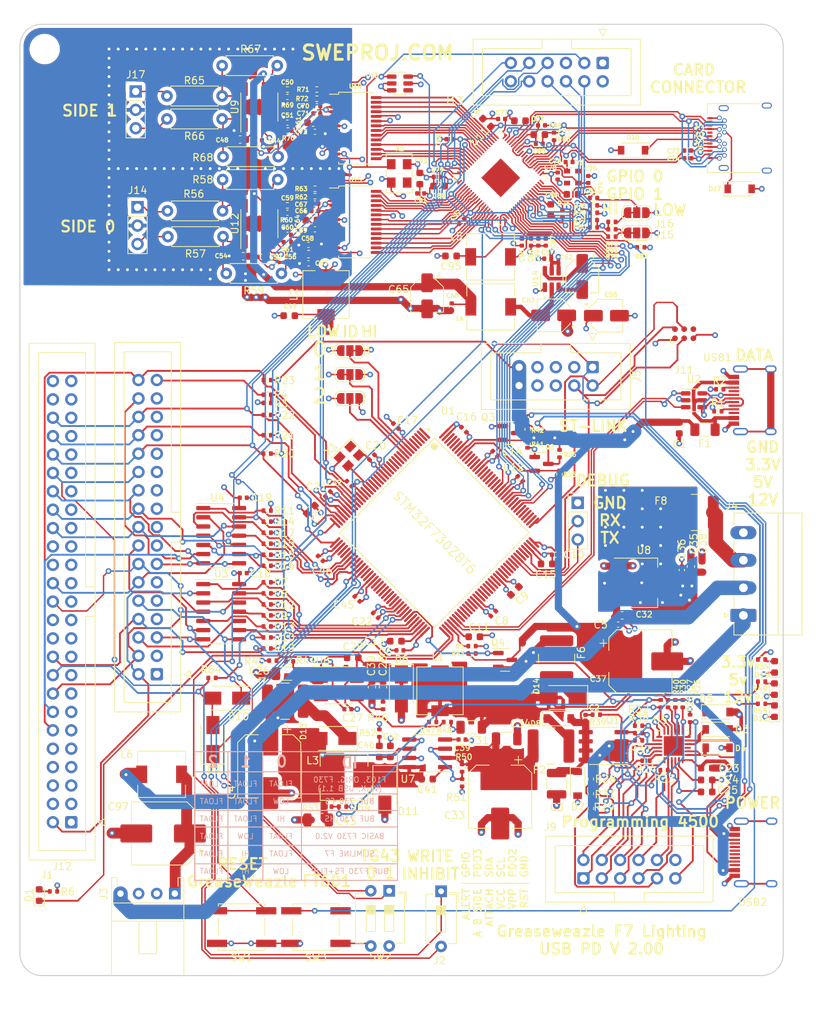
<source format=kicad_pcb>
(kicad_pcb (version 20211014) (generator pcbnew)

  (general
    (thickness 1.6)
  )

  (paper "E")
  (title_block
    (title "Greaseweazle F7 Lighting, USB PD")
    (date "2022-09-14")
    (rev "2.00")
    (company "SweProj.com")
  )

  (layers
    (0 "F.Cu" signal)
    (1 "In1.Cu" power)
    (2 "In2.Cu" power)
    (31 "B.Cu" signal)
    (32 "B.Adhes" user "B.Adhesive")
    (33 "F.Adhes" user "F.Adhesive")
    (34 "B.Paste" user)
    (35 "F.Paste" user)
    (36 "B.SilkS" user "B.Silkscreen")
    (37 "F.SilkS" user "F.Silkscreen")
    (38 "B.Mask" user)
    (39 "F.Mask" user)
    (40 "Dwgs.User" user "User.Drawings")
    (41 "Cmts.User" user "User.Comments")
    (42 "Eco1.User" user "User.Eco1")
    (43 "Eco2.User" user "User.Eco2")
    (44 "Edge.Cuts" user)
    (45 "Margin" user)
    (46 "B.CrtYd" user "B.Courtyard")
    (47 "F.CrtYd" user "F.Courtyard")
    (48 "B.Fab" user)
    (49 "F.Fab" user)
  )

  (setup
    (stackup
      (layer "F.SilkS" (type "Top Silk Screen"))
      (layer "F.Paste" (type "Top Solder Paste"))
      (layer "F.Mask" (type "Top Solder Mask") (thickness 0.01))
      (layer "F.Cu" (type "copper") (thickness 0.035))
      (layer "dielectric 1" (type "core") (thickness 0.48) (material "FR4") (epsilon_r 4.5) (loss_tangent 0.02))
      (layer "In1.Cu" (type "copper") (thickness 0.035))
      (layer "dielectric 2" (type "prepreg") (thickness 0.48) (material "FR4") (epsilon_r 4.5) (loss_tangent 0.02))
      (layer "In2.Cu" (type "copper") (thickness 0.035))
      (layer "dielectric 3" (type "core") (thickness 0.48) (material "FR4") (epsilon_r 4.5) (loss_tangent 0.02))
      (layer "B.Cu" (type "copper") (thickness 0.035))
      (layer "B.Mask" (type "Bottom Solder Mask") (thickness 0.01))
      (layer "B.Paste" (type "Bottom Solder Paste"))
      (layer "B.SilkS" (type "Bottom Silk Screen"))
      (copper_finish "None")
      (dielectric_constraints no)
    )
    (pad_to_mask_clearance 0)
    (pcbplotparams
      (layerselection 0x00010fc_ffffffff)
      (disableapertmacros false)
      (usegerberextensions false)
      (usegerberattributes true)
      (usegerberadvancedattributes true)
      (creategerberjobfile true)
      (svguseinch false)
      (svgprecision 6)
      (excludeedgelayer true)
      (plotframeref false)
      (viasonmask false)
      (mode 1)
      (useauxorigin false)
      (hpglpennumber 1)
      (hpglpenspeed 20)
      (hpglpendiameter 15.000000)
      (dxfpolygonmode true)
      (dxfimperialunits true)
      (dxfusepcbnewfont true)
      (psnegative false)
      (psa4output false)
      (plotreference true)
      (plotvalue true)
      (plotinvisibletext false)
      (sketchpadsonfab false)
      (subtractmaskfromsilk false)
      (outputformat 1)
      (mirror false)
      (drillshape 0)
      (scaleselection 1)
      (outputdirectory "Greaseweazle_V1.01")
    )
  )

  (net 0 "")
  (net 1 "Net-(U11-Pad58)")
  (net 2 "Net-(C2-Pad2)")
  (net 3 "Net-(C2-Pad1)")
  (net 4 "+12V")
  (net 5 "+3V3")
  (net 6 "+5VA")
  (net 7 "Net-(C11-Pad1)")
  (net 8 "Net-(C13-Pad1)")
  (net 9 "Net-(C15-Pad1)")
  (net 10 "/Power_USB/USB_POWER")
  (net 11 "Net-(C24-Pad1)")
  (net 12 "Net-(C25-Pad1)")
  (net 13 "Net-(C27-Pad1)")
  (net 14 "Net-(C28-Pad2)")
  (net 15 "Net-(C28-Pad1)")
  (net 16 "Net-(C29-Pad2)")
  (net 17 "Net-(C29-Pad1)")
  (net 18 "Net-(C31-Pad1)")
  (net 19 "+24V")
  (net 20 "+5V")
  (net 21 "Net-(D15-Pad2)")
  (net 22 "Net-(C39-Pad1)")
  (net 23 "Net-(C40-Pad2)")
  (net 24 "Net-(C40-Pad1)")
  (net 25 "Net-(C41-Pad2)")
  (net 26 "Net-(C41-Pad1)")
  (net 27 "Net-(C43-Pad1)")
  (net 28 "Net-(D1-Pad2)")
  (net 29 "/LED1")
  (net 30 "/Power_USB/CC2")
  (net 31 "/Power_USB/CC1")
  (net 32 "Net-(D7-Pad2)")
  (net 33 "Net-(D8-Pad1)")
  (net 34 "Net-(F8-Pad1)")
  (net 35 "Net-(D12-Pad2)")
  (net 36 "Net-(D13-Pad1)")
  (net 37 "Net-(D14-Pad1)")
  (net 38 "Net-(F1-Pad2)")
  (net 39 "/~{RDY}")
  (net 40 "/~{WR_PROT}")
  (net 41 "/~{TRK_00}")
  (net 42 "/~{INDEX}")
  (net 43 "Net-(J1-Pad6)")
  (net 44 "Net-(J1-Pad33)")
  (net 45 "/SWDIO")
  (net 46 "/SWCLK")
  (net 47 "/ID2")
  (net 48 "Net-(C73-Pad1)")
  (net 49 "Net-(C73-Pad2)")
  (net 50 "/Power_USB/RST")
  (net 51 "/Power_USB/POWER_PDO2")
  (net 52 "VPP")
  (net 53 "/Power_USB/SCL")
  (net 54 "/Power_USB/SDA")
  (net 55 "/Power_USB/ATTACH")
  (net 56 "/Power_USB/POWER_PDO3")
  (net 57 "/Power_USB/A_B_SIDE")
  (net 58 "/Power_USB/GPIO")
  (net 59 "/Power_USB/ALERT")
  (net 60 "Net-(Q1-Pad4)")
  (net 61 "Net-(R1-Pad2)")
  (net 62 "Net-(R2-Pad2)")
  (net 63 "/~{FLIPPY}")
  (net 64 "Net-(R5-Pad1)")
  (net 65 "/~{DENS}")
  (net 66 "/SPARE1")
  (net 67 "/SPARE2")
  (net 68 "/~{M0}")
  (net 69 "/~{DS1}")
  (net 70 "/~{DS0}")
  (net 71 "/~{DIR}")
  (net 72 "/~{STEP}")
  (net 73 "/~{WR_DAT}")
  (net 74 "/~{WR_GATE}")
  (net 75 "/~{SIDE}")
  (net 76 "Net-(R24-Pad1)")
  (net 77 "Net-(R38-Pad2)")
  (net 78 "Net-(R40-Pad1)")
  (net 79 "Net-(R44-Pad2)")
  (net 80 "Net-(R47-Pad2)")
  (net 81 "Net-(R50-Pad2)")
  (net 82 "Net-(R53-Pad2)")
  (net 83 "/~{M1}")
  (net 84 "/USB_D+")
  (net 85 "/USB_D-")
  (net 86 "Net-(U1-Pad23)")
  (net 87 "Net-(U2-Pad4)")
  (net 88 "unconnected-(J5-Pad3)")
  (net 89 "nRST")
  (net 90 "/RX")
  (net 91 "/TX")
  (net 92 "unconnected-(U1-Pad142)")
  (net 93 "unconnected-(U1-Pad141)")
  (net 94 "unconnected-(U1-Pad140)")
  (net 95 "unconnected-(U1-Pad139)")
  (net 96 "unconnected-(U1-Pad135)")
  (net 97 "unconnected-(U1-Pad134)")
  (net 98 "unconnected-(U1-Pad133)")
  (net 99 "unconnected-(U1-Pad132)")
  (net 100 "unconnected-(U1-Pad129)")
  (net 101 "unconnected-(U1-Pad128)")
  (net 102 "unconnected-(U1-Pad127)")
  (net 103 "unconnected-(U1-Pad126)")
  (net 104 "unconnected-(U1-Pad125)")
  (net 105 "unconnected-(U1-Pad124)")
  (net 106 "Net-(C97-Pad1)")
  (net 107 "Net-(R83-Pad1)")
  (net 108 "/BE_0")
  (net 109 "unconnected-(U1-Pad117)")
  (net 110 "unconnected-(U1-Pad114)")
  (net 111 "unconnected-(U1-Pad113)")
  (net 112 "unconnected-(U1-Pad112)")
  (net 113 "unconnected-(U1-Pad111)")
  (net 114 "unconnected-(U1-Pad110)")
  (net 115 "Net-(C74-Pad1)")
  (net 116 "Net-(C74-Pad2)")
  (net 117 "unconnected-(U1-Pad63)")
  (net 118 "unconnected-(U1-Pad60)")
  (net 119 "unconnected-(U1-Pad59)")
  (net 120 "unconnected-(U1-Pad58)")
  (net 121 "unconnected-(U1-Pad57)")
  (net 122 "unconnected-(U1-Pad56)")
  (net 123 "unconnected-(U1-Pad55)")
  (net 124 "unconnected-(U1-Pad54)")
  (net 125 "unconnected-(U1-Pad53)")
  (net 126 "unconnected-(U1-Pad50)")
  (net 127 "unconnected-(U1-Pad49)")
  (net 128 "unconnected-(U1-Pad45)")
  (net 129 "unconnected-(U1-Pad41)")
  (net 130 "unconnected-(U1-Pad40)")
  (net 131 "unconnected-(U1-Pad104)")
  (net 132 "unconnected-(U1-Pad103)")
  (net 133 "unconnected-(U1-Pad100)")
  (net 134 "unconnected-(U1-Pad99)")
  (net 135 "unconnected-(U1-Pad98)")
  (net 136 "unconnected-(U1-Pad97)")
  (net 137 "unconnected-(U1-Pad96)")
  (net 138 "unconnected-(U1-Pad93)")
  (net 139 "unconnected-(U1-Pad92)")
  (net 140 "unconnected-(U1-Pad91)")
  (net 141 "unconnected-(U1-Pad90)")
  (net 142 "unconnected-(U1-Pad89)")
  (net 143 "unconnected-(U1-Pad88)")
  (net 144 "unconnected-(U1-Pad87)")
  (net 145 "unconnected-(U1-Pad84)")
  (net 146 "unconnected-(U1-Pad83)")
  (net 147 "unconnected-(U1-Pad82)")
  (net 148 "unconnected-(U1-Pad81)")
  (net 149 "unconnected-(U1-Pad80)")
  (net 150 "unconnected-(U1-Pad79)")
  (net 151 "unconnected-(U1-Pad26)")
  (net 152 "unconnected-(U1-Pad24)")
  (net 153 "unconnected-(U1-Pad22)")
  (net 154 "unconnected-(U1-Pad21)")
  (net 155 "unconnected-(U1-Pad20)")
  (net 156 "unconnected-(U1-Pad19)")
  (net 157 "unconnected-(U1-Pad18)")
  (net 158 "unconnected-(U1-Pad15)")
  (net 159 "unconnected-(U1-Pad14)")
  (net 160 "unconnected-(U1-Pad13)")
  (net 161 "unconnected-(U1-Pad12)")
  (net 162 "unconnected-(U1-Pad11)")
  (net 163 "unconnected-(U1-Pad10)")
  (net 164 "unconnected-(U1-Pad5)")
  (net 165 "unconnected-(U1-Pad4)")
  (net 166 "unconnected-(U1-Pad3)")
  (net 167 "unconnected-(U1-Pad2)")
  (net 168 "unconnected-(U1-Pad1)")
  (net 169 "unconnected-(U5-Pad3)")
  (net 170 "unconnected-(USB1-Pad3)")
  (net 171 "unconnected-(USB1-Pad9)")
  (net 172 "unconnected-(USB1-Pad13)")
  (net 173 "unconnected-(USB2-Pad3)")
  (net 174 "unconnected-(USB2-Pad9)")
  (net 175 "unconnected-(USB2-Pad5)")
  (net 176 "unconnected-(USB2-Pad8)")
  (net 177 "unconnected-(USB2-Pad7)")
  (net 178 "unconnected-(USB2-Pad6)")
  (net 179 "unconnected-(X1-Pad1)")
  (net 180 "Net-(U2-Pad6)")
  (net 181 "unconnected-(J11-Pad6)")
  (net 182 "SCL_3V3")
  (net 183 "SDA_3V3")
  (net 184 "/P_STUSB")
  (net 185 "/~{MOTOR_EN}")
  (net 186 "Net-(C44-Pad2)")
  (net 187 "Net-(C50-Pad2)")
  (net 188 "unconnected-(J12-Pad4)")
  (net 189 "Net-(C51-Pad2)")
  (net 190 "unconnected-(J12-Pad6)")
  (net 191 "Net-(C61-Pad1)")
  (net 192 "unconnected-(J12-Pad8)")
  (net 193 "Net-(C61-Pad2)")
  (net 194 "unconnected-(J12-Pad10)")
  (net 195 "Net-(R65-Pad1)")
  (net 196 "Net-(R66-Pad1)")
  (net 197 "Net-(R67-Pad1)")
  (net 198 "Net-(R68-Pad1)")
  (net 199 "Net-(R71-Pad1)")
  (net 200 "unconnected-(J12-Pad22)")
  (net 201 "unconnected-(U9-Pad7)")
  (net 202 "unconnected-(J12-Pad24)")
  (net 203 "unconnected-(U10-Pad1)")
  (net 204 "unconnected-(J12-Pad30)")
  (net 205 "unconnected-(J12-Pad32)")
  (net 206 "/BE_1")
  (net 207 "/BE_2")
  (net 208 "/BE_3")
  (net 209 "/TXE_N")
  (net 210 "Net-(C52-Pad2)")
  (net 211 "+3.3VADC")
  (net 212 "Net-(C62-Pad1)")
  (net 213 "Net-(C62-Pad2)")
  (net 214 "Net-(C64-Pad1)")
  (net 215 "Net-(C64-Pad2)")
  (net 216 "-3V3")
  (net 217 "/~{DENSEL}")
  (net 218 "/INUSE")
  (net 219 "/~{M0_EN}")
  (net 220 "/~{DRIVE1}")
  (net 221 "/~{DRIVE0}")
  (net 222 "/~{M1_EN}")
  (net 223 "/~{DIRECTION}")
  (net 224 "/~{STEPS}")
  (net 225 "/~{WR_DATA}")
  (net 226 "/~{WR_GATE_OUT}")
  (net 227 "/~{SIDE_SEL}")
  (net 228 "unconnected-(J12-Pad50)")
  (net 229 "/RXE_N")
  (net 230 "unconnected-(J12-Pad48)")
  (net 231 "Net-(J2-Pad2)")
  (net 232 "Net-(R56-Pad1)")
  (net 233 "Net-(R57-Pad1)")
  (net 234 "Net-(R58-Pad1)")
  (net 235 "Net-(R59-Pad1)")
  (net 236 "unconnected-(U12-Pad7)")
  (net 237 "unconnected-(U15-Pad1)")
  (net 238 "Net-(R62-Pad1)")
  (net 239 "Net-(C59-Pad2)")
  (net 240 "Net-(C60-Pad2)")
  (net 241 "Net-(C63-Pad2)")
  (net 242 "Net-(C75-Pad1)")
  (net 243 "Net-(C76-Pad1)")
  (net 244 "Net-(D16-Pad1)")
  (net 245 "Net-(D17-Pad1)")
  (net 246 "unconnected-(J13-Pad2)")
  (net 247 "Net-(J14-Pad1)")
  (net 248 "Net-(J14-Pad3)")
  (net 249 "Net-(J17-Pad1)")
  (net 250 "Net-(J17-Pad3)")
  (net 251 "Net-(U11-Pad23)")
  (net 252 "Net-(U11-Pad25)")
  (net 253 "Net-(U11-Pad34)")
  (net 254 "Net-(U11-Pad37)")
  (net 255 "unconnected-(USB3-PadA8)")
  (net 256 "unconnected-(USB3-PadB8)")
  (net 257 "/~{RD_DATA}")
  (net 258 "/PA0")
  (net 259 "/PA1")
  (net 260 "/AD/CLK_60MHz")
  (net 261 "/PA2")
  (net 262 "/PA3")
  (net 263 "unconnected-(U11-Pad76)")
  (net 264 "unconnected-(U11-Pad77)")
  (net 265 "/PA4")
  (net 266 "/PA5")
  (net 267 "/PA6")
  (net 268 "/PA7")
  (net 269 "/PA8")
  (net 270 "/PA9")
  (net 271 "/PA10")
  (net 272 "/PA11")
  (net 273 "/PB11")
  (net 274 "/PB10")
  (net 275 "/PB9")
  (net 276 "/PB8")
  (net 277 "/PB7")
  (net 278 "/PB6")
  (net 279 "/PB5")
  (net 280 "/PB4")
  (net 281 "/PB3")
  (net 282 "/PB2")
  (net 283 "/PB1")
  (net 284 "/PB0")
  (net 285 "unconnected-(Y1-Pad2)")
  (net 286 "unconnected-(Y1-Pad4)")
  (net 287 "/~{TG43_0}")
  (net 288 "/~{TG43_1}")
  (net 289 "Net-(U11-Pad35)")
  (net 290 "Net-(J15-Pad1)")
  (net 291 "unconnected-(J13-Pad5)")
  (net 292 "Net-(R73-Pad2)")
  (net 293 "Net-(R74-Pad2)")
  (net 294 "Net-(R76-Pad2)")
  (net 295 "Net-(R77-Pad1)")
  (net 296 "/AD_USB/VD10")
  (net 297 "/AD_USB/VCCIO")
  (net 298 "/AD_USB/AVDD")
  (net 299 "Net-(R78-Pad1)")
  (net 300 "Net-(R79-Pad1)")
  (net 301 "Net-(R80-Pad1)")
  (net 302 "unconnected-(X2-Pad1)")
  (net 303 "Net-(J16-Pad1)")
  (net 304 "/AD_USB/FT_RST")
  (net 305 "GND")
  (net 306 "unconnected-(U13-Pad4)")

  (footprint "MountingHole:MountingHole_3.2mm_M3" (layer "F.Cu") (at 192.532 33.02))

  (footprint "MountingHole:MountingHole_3.2mm_M3" (layer "F.Cu") (at 192.532 157.48))

  (footprint "MountingHole:MountingHole_3.2mm_M3" (layer "F.Cu") (at 93.98 33.02))

  (footprint "Capacitor_SMD:C_0402_1005Metric" (layer "F.Cu") (at 136.060589 93.060589 135))

  (footprint "Capacitor_SMD:C_0603_1608Metric" (layer "F.Cu") (at 181.642 85.344 90))

  (footprint "Capacitor_SMD:C_0402_1005Metric" (layer "F.Cu") (at 168.7 125.476 90))

  (footprint "Capacitor_SMD:C_1210_3225Metric" (layer "F.Cu") (at 164.7 134.5 -90))

  (footprint "Capacitor_SMD:C_0402_1005Metric" (layer "F.Cu") (at 143.06 116.078 180))

  (footprint "Capacitor_SMD:C_0402_1005Metric" (layer "F.Cu") (at 155.956 110.998 -135))

  (footprint "Capacitor_SMD:C_0603_1608Metric" (layer "F.Cu") (at 158.9278 107.8484 -135))

  (footprint "Capacitor_SMD:C_0402_1005Metric" (layer "F.Cu") (at 164.5412 102.87 180))

  (footprint "Capacitor_SMD:C_0603_1608Metric" (layer "F.Cu") (at 153.325 114.2))

  (footprint "Capacitor_SMD:C_0402_1005Metric" (layer "F.Cu") (at 159.680589 92.370589 -45))

  (footprint "Capacitor_SMD:C_0603_1608Metric" (layer "F.Cu") (at 142.494 114.808 180))

  (footprint "Capacitor_SMD:C_0402_1005Metric" (layer "F.Cu") (at 156.21 88.9 -45))

  (footprint "Capacitor_SMD:C_0603_1608Metric" (layer "F.Cu") (at 163.322 104.14))

  (footprint "Capacitor_SMD:C_0402_1005Metric" (layer "F.Cu") (at 151.892 85.598 -45))

  (footprint "Capacitor_SMD:C_0402_1005Metric" (layer "F.Cu") (at 142.494 85.09 135))

  (footprint "Capacitor_SMD:C_0402_1005Metric" (layer "F.Cu") (at 121.412 105.41))

  (footprint "Capacitor_SMD:C_0402_1005Metric" (layer "F.Cu") (at 121.412 94.996))

  (footprint "Capacitor_SMD:C_0402_1005Metric" (layer "F.Cu") (at 139.192 89.408 45))

  (footprint "Capacitor_SMD:C_0402_1005Metric" (layer "F.Cu") (at 133.096 94.488 -135))

  (footprint "Capacitor_SMD:C_0402_1005Metric" (layer "F.Cu") (at 139.7 111.252 135))

  (footprint "Capacitor_SMD:C_0603_1608Metric" (layer "F.Cu") (at 185.42 132.334))

  (footprint "Capacitor_SMD:C_0603_1608Metric" (layer "F.Cu") (at 185.42 133.985))

  (footprint "Capacitor_SMD:C_0603_1608Metric" (layer "F.Cu") (at 185.42 135.636))

  (footprint "Capacitor_SMD:C_1206_3216Metric" (layer "F.Cu") (at 127.4 119.3 180))

  (footprint "Capacitor_SMD:C_0402_1005Metric" (layer "F.Cu") (at 135.862 124.206))

  (footprint "Capacitor_SMD:C_0603_1608Metric" (layer "F.Cu") (at 140.716 121.158 -90))

  (footprint "Capacitor_SMD:C_0603_1608Metric" (layer "F.Cu") (at 136.535 117.1 180))

  (footprint "Capacitor_SMD:C_0603_1608Metric" (layer "F.Cu") (at 139.192 121.158 -90))

  (footprint "Capacitor_SMD:C_1206_3216Metric" (layer "F.Cu") (at 152.9 126.7 180))

  (footprint "Capacitor_SMD:CP_Elec_8x10.5" (layer "F.Cu") (at 156.9 136.3 -90))

  (footprint "Capacitor_SMD:C_1206_3216Metric" (layer "F.Cu") (at 157.8 128.3))

  (footprint "Capacitor_SMD:C_0402_1005Metric" (layer "F.Cu") (at 151.638 128.4))

  (footprint "Capacitor_SMD:C_0603_1608Metric" (layer "F.Cu") (at 140.208 130.048 90))

  (footprint "Capacitor_SMD:C_0603_1608Metric" (layer "F.Cu") (at 146.812 133.858))

  (footprint "Capacitor_SMD:C_0603_1608Metric" (layer "F.Cu") (at 141.732 130.048 90))

  (footprint "Diode_SMD:D_SOD-123" (layer "F.Cu") (at 167.6 134.5 -90))

  (footprint "Diode_SMD:D_SOD-123" (layer "F.Cu") (at 186.944 127))

  (footprint "Diode_SMD:D_SOD-123" (layer "F.Cu") (at 186.944 129.54))

  (footprint "Diode_SMD:D_SMA" (layer "F.Cu") (at 143.256 121.412 -90))

  (footprint "Diode_SMD:D_SOD-123" (layer "F.Cu") (at 165 125.5))

  (footprint "Diode_SMD:D_SMA" (layer "F.Cu") (at 140.97 135.382 -90))

  (footprint "Diode_SMD:D_SMA" (layer "F.Cu") (at 133.8 128.25 180))

  (footprint "Diode_SMD:D_SMA" (layer "F.Cu") (at 165.6 122.6 180))

  (footprint "Greaseweazle:Fuse_1206_3216Metric" (layer "F.Cu") (at 185.198 85.598))

  (footprint "Greaseweazle:Fuse_2018Metric" (layer "F.Cu") (at 163.9 129.3))

  (footprint "Greaseweazle:Fuse_2018Metric" (layer "F.Cu") (at 164.7 117.2 -90))

  (footprint "Greaseweazle:Fuse_2018Metric" (layer "F.Cu") (at 127.2 123.1))

  (footprint "Connector_Phoenix_MC:PhoenixContact_MC_1,5_4-G-3.81_1x04_P3.81mm_Horizontal" (layer "F.Cu") (at 190.5 111.252 90))

  (footprint "Connector_IDC:IDC-Header_2x05_P2.54mm_Vertical" (layer "F.Cu") (at 169.672 76.962 -90))

  (footprint "Jumper:SolderJumper-3_P1.3mm_Open_RoundedPad1.0x1.5mm_NumberLabels" (layer "F.Cu") (at 136.144 81.28 180))

  (footprint "Connector_IDC:IDC-Header_2x06_P2.54mm_Vertical" (layer "F.Cu") (at 168.402 147.574 90))

  (footprint "Greaseweazle:L_6.3x6.3_H3" (layer "F.Cu") (at 148.59 121.666 -90))

  (footprint "Greaseweazle:L_6.3x6.3_H3" (layer "F.Cu") (at 135.338 133.604 180))

  (footprint "Package_SO:SOIC-8_3.9x4.9mm_P1.27mm" (layer "F.Cu")
    (tedit 5D9F72B1) (tstamp 00000000-0000-0000-0000-000060f2ac27)
    (at 171.196 129.286 180)
    (descr "SOIC, 8 Pin (JEDEC MS-012AA, https://www.analog.com/media/en/package-pcb-resources/package/pkg_pdf/soic_narrow-r/r_8.pdf), generated with kicad-footprint-generator ipc_gullwing_generator.py")
    (tags "SOIC SO")
    (property "LCSC" "C469397")
    (property "Sheetfile" "Power_USB.kicad_sch")
    (property "Sheetname" "Power_USB")
    (path "/00000000-0000-0000-0000-0000618a932e/00000000-0000-0000-0000-000061c7c2e9")
    (attr smd)
    (fp_text reference "Q1" (at -1.27 3.556) (layer "F.SilkS")
      (effects (font (size 1 1) (thickness 0.15)))
      (tstamp e83a9207-ba93-43d4-bac7-57b644c08ec3)
    )
    (fp_text value "AO4407C" (at 0 3.4) (layer "F.Fab")
      (effects (font (size 1 1) (thickness 0.15)))
      (tstamp 02c2af20-e293-47f8-9f2d-34b0aca49eb2)
    )
    (fp_text user "${REFERENCE}" (at 0 0) (layer "F.Fab")
      (effects (font (size 0.98 0.98) (thickness 0.15)))
      (tstamp 9fc3a157-5ea0-49c1-a4f1-a7f62cd39c4a)
    )
    (fp_line (start 0 -2.56) (end -3.45 -2.56) (layer "F.SilkS") (width 0.12) (tstamp 62c6f8fd-5f98-45b7-bb10-cb287c7234dc))
    (fp_line (start 0 -2.56) (end 1.95 -2.56) (layer "F.SilkS") (width 0.12) (tstamp 7f5c88eb-58c9-4dab-b822-76648fe1e5ec))
    (fp_line (start 0 2.56) (end -1.95 2.56) (layer "F.SilkS") (width 0.12) (tstamp cf74a0fb-9e70-4ecd-9814-7bef05edfc31))
    (fp_line (start 0 2.56) (end 1.95 2.56) (layer "F.SilkS") (width 0.12) (tstamp df2cb838-51f1-4019-afd9-e442b46d70a8))
    (fp_line (start 3.
... [4059198 chars truncated]
</source>
